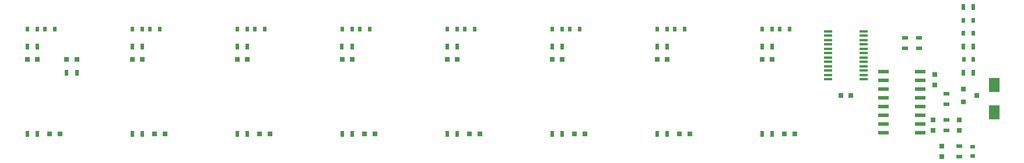
<source format=gtp>
G04 #@! TF.FileFunction,Paste,Top*
%FSLAX46Y46*%
G04 Gerber Fmt 4.6, Leading zero omitted, Abs format (unit mm)*
G04 Created by KiCad (PCBNEW 4.0.4-1.fc25-product) date Mon Oct 24 00:38:01 2016*
%MOMM*%
%LPD*%
G01*
G04 APERTURE LIST*
%ADD10C,0.100000*%
%ADD11R,0.500000X0.900000*%
%ADD12R,0.800000X0.750000*%
%ADD13R,0.750000X0.800000*%
%ADD14R,0.700000X0.600000*%
%ADD15R,0.600000X0.700000*%
%ADD16R,0.797560X0.797560*%
%ADD17R,0.800100X0.800100*%
%ADD18R,0.900000X0.500000*%
%ADD19R,1.200000X0.400000*%
%ADD20R,1.500000X0.600000*%
%ADD21R,1.600000X2.000000*%
G04 APERTURE END LIST*
D10*
D11*
X117590000Y-71120000D03*
X116090000Y-71120000D03*
D12*
X88900000Y-83820000D03*
X90400000Y-83820000D03*
D11*
X87110000Y-83820000D03*
X85610000Y-83820000D03*
D12*
X104140000Y-83820000D03*
X105640000Y-83820000D03*
D11*
X102350000Y-83820000D03*
X100850000Y-83820000D03*
D12*
X142760000Y-78232000D03*
X144260000Y-78232000D03*
D13*
X156464000Y-75196000D03*
X156464000Y-76696000D03*
X156210000Y-81812000D03*
X156210000Y-83312000D03*
D12*
X131330000Y-73025000D03*
X132830000Y-73025000D03*
X116090000Y-73025000D03*
X117590000Y-73025000D03*
X100850000Y-73025000D03*
X102350000Y-73025000D03*
X85610000Y-73025000D03*
X87110000Y-73025000D03*
X70370000Y-73025000D03*
X71870000Y-73025000D03*
X55130000Y-73025000D03*
X56630000Y-73025000D03*
X39890000Y-73025000D03*
X41390000Y-73025000D03*
X24650000Y-73025000D03*
X26150000Y-73025000D03*
X27940000Y-83820000D03*
X29440000Y-83820000D03*
X43180000Y-83820000D03*
X44680000Y-83820000D03*
X58420000Y-83820000D03*
X59920000Y-83820000D03*
X119380000Y-83820000D03*
X120880000Y-83820000D03*
X73660000Y-83820000D03*
X75160000Y-83820000D03*
X134620000Y-83820000D03*
X136120000Y-83820000D03*
D14*
X161925000Y-87060000D03*
X161925000Y-85660000D03*
D15*
X161990000Y-67310000D03*
X160590000Y-67310000D03*
D16*
X160020000Y-81800700D03*
X160020000Y-83299300D03*
D15*
X161990000Y-69215000D03*
X160590000Y-69215000D03*
X162055000Y-73025000D03*
X160655000Y-73025000D03*
D16*
X157480000Y-87109300D03*
X157480000Y-85610700D03*
D15*
X27240000Y-68580000D03*
X28640000Y-68580000D03*
X42480000Y-68580000D03*
X43880000Y-68580000D03*
X57720000Y-68580000D03*
X59120000Y-68580000D03*
X72960000Y-68580000D03*
X74360000Y-68580000D03*
X88200000Y-68580000D03*
X89600000Y-68580000D03*
X103440000Y-68580000D03*
X104840000Y-68580000D03*
X118680000Y-68580000D03*
X120080000Y-68580000D03*
X133920000Y-68580000D03*
X135320000Y-68580000D03*
D16*
X31864300Y-73025000D03*
X30365700Y-73025000D03*
D15*
X39940000Y-68580000D03*
X41340000Y-68580000D03*
X70420000Y-68580000D03*
X71820000Y-68580000D03*
X100900000Y-68580000D03*
X102300000Y-68580000D03*
X131380000Y-68580000D03*
X132780000Y-68580000D03*
X24700000Y-68580000D03*
X26100000Y-68580000D03*
X55180000Y-68580000D03*
X56580000Y-68580000D03*
X85660000Y-68580000D03*
X87060000Y-68580000D03*
X116140000Y-68580000D03*
X117540000Y-68580000D03*
D17*
X160543240Y-77282000D03*
X160543240Y-79182000D03*
X162542220Y-78232000D03*
D11*
X160540000Y-74930000D03*
X162040000Y-74930000D03*
D18*
X158115000Y-79490000D03*
X158115000Y-77990000D03*
D11*
X160540000Y-71120000D03*
X162040000Y-71120000D03*
X160540000Y-65405000D03*
X162040000Y-65405000D03*
D18*
X160020000Y-87110000D03*
X160020000Y-85610000D03*
X158115000Y-81800000D03*
X158115000Y-83300000D03*
D11*
X30365000Y-74930000D03*
X31865000Y-74930000D03*
X41390000Y-83820000D03*
X39890000Y-83820000D03*
X71870000Y-83820000D03*
X70370000Y-83820000D03*
X132830000Y-83820000D03*
X131330000Y-83820000D03*
X26150000Y-83820000D03*
X24650000Y-83820000D03*
X56630000Y-83820000D03*
X55130000Y-83820000D03*
X117590000Y-83820000D03*
X116090000Y-83820000D03*
D19*
X146110000Y-75882500D03*
X146110000Y-75247500D03*
X146110000Y-74612500D03*
X146110000Y-73977500D03*
X146110000Y-73342500D03*
X146110000Y-72707500D03*
X146110000Y-72072500D03*
X146110000Y-71437500D03*
X146110000Y-70802500D03*
X146110000Y-70167500D03*
X146110000Y-69532500D03*
X146110000Y-68897500D03*
X140910000Y-68897500D03*
X140910000Y-69532500D03*
X140910000Y-70167500D03*
X140910000Y-70802500D03*
X140910000Y-71437500D03*
X140910000Y-72072500D03*
X140910000Y-72707500D03*
X140910000Y-73342500D03*
X140910000Y-73977500D03*
X140910000Y-74612500D03*
X140910000Y-75247500D03*
X140910000Y-75882500D03*
D11*
X26150000Y-71120000D03*
X24650000Y-71120000D03*
X41390000Y-71120000D03*
X39890000Y-71120000D03*
X56630000Y-71120000D03*
X55130000Y-71120000D03*
X71845000Y-71120000D03*
X70345000Y-71120000D03*
X87110000Y-71120000D03*
X85610000Y-71120000D03*
X102350000Y-71120000D03*
X100850000Y-71120000D03*
X132830000Y-71120000D03*
X131330000Y-71120000D03*
D18*
X154178000Y-71362000D03*
X154178000Y-69862000D03*
X152146000Y-71362000D03*
X152146000Y-69862000D03*
D20*
X148938000Y-74803000D03*
X148938000Y-76073000D03*
X148938000Y-77343000D03*
X148938000Y-78613000D03*
X148938000Y-79883000D03*
X148938000Y-81153000D03*
X148938000Y-82423000D03*
X148938000Y-83693000D03*
X154338000Y-83693000D03*
X154338000Y-82423000D03*
X154338000Y-81153000D03*
X154338000Y-79883000D03*
X154338000Y-78613000D03*
X154338000Y-77343000D03*
X154338000Y-76073000D03*
X154338000Y-74803000D03*
D21*
X165100000Y-80740000D03*
X165100000Y-76740000D03*
M02*

</source>
